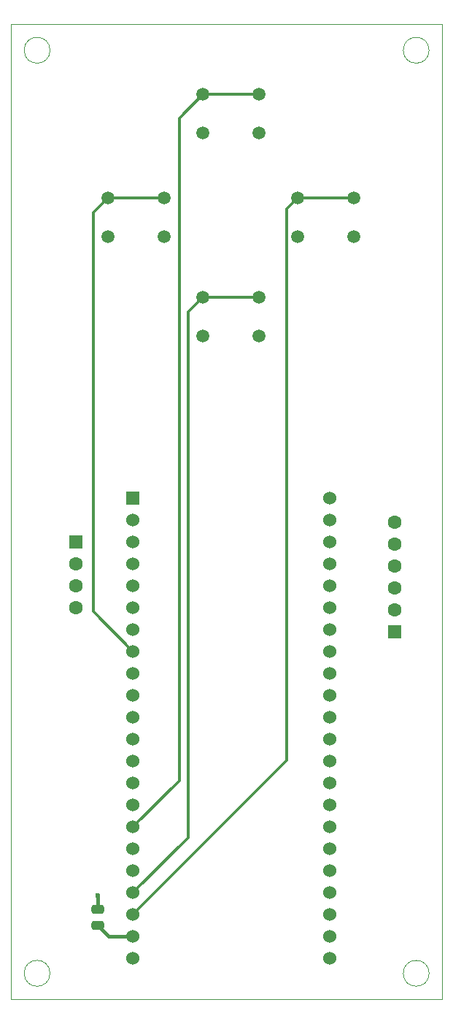
<source format=gbr>
%TF.GenerationSoftware,KiCad,Pcbnew,8.0.6*%
%TF.CreationDate,2024-11-20T17:32:44-08:00*%
%TF.ProjectId,hardware_password,68617264-7761-4726-955f-70617373776f,rev?*%
%TF.SameCoordinates,Original*%
%TF.FileFunction,Copper,L1,Top*%
%TF.FilePolarity,Positive*%
%FSLAX46Y46*%
G04 Gerber Fmt 4.6, Leading zero omitted, Abs format (unit mm)*
G04 Created by KiCad (PCBNEW 8.0.6) date 2024-11-20 17:32:44*
%MOMM*%
%LPD*%
G01*
G04 APERTURE LIST*
G04 Aperture macros list*
%AMRoundRect*
0 Rectangle with rounded corners*
0 $1 Rounding radius*
0 $2 $3 $4 $5 $6 $7 $8 $9 X,Y pos of 4 corners*
0 Add a 4 corners polygon primitive as box body*
4,1,4,$2,$3,$4,$5,$6,$7,$8,$9,$2,$3,0*
0 Add four circle primitives for the rounded corners*
1,1,$1+$1,$2,$3*
1,1,$1+$1,$4,$5*
1,1,$1+$1,$6,$7*
1,1,$1+$1,$8,$9*
0 Add four rect primitives between the rounded corners*
20,1,$1+$1,$2,$3,$4,$5,0*
20,1,$1+$1,$4,$5,$6,$7,0*
20,1,$1+$1,$6,$7,$8,$9,0*
20,1,$1+$1,$8,$9,$2,$3,0*%
G04 Aperture macros list end*
%TA.AperFunction,ComponentPad*%
%ADD10C,1.507998*%
%TD*%
%TA.AperFunction,ComponentPad*%
%ADD11R,1.605000X1.605000*%
%TD*%
%TA.AperFunction,ComponentPad*%
%ADD12C,1.605000*%
%TD*%
%TA.AperFunction,ComponentPad*%
%ADD13R,1.530000X1.530000*%
%TD*%
%TA.AperFunction,ComponentPad*%
%ADD14C,1.530000*%
%TD*%
%TA.AperFunction,SMDPad,CuDef*%
%ADD15RoundRect,0.250000X-0.475000X0.250000X-0.475000X-0.250000X0.475000X-0.250000X0.475000X0.250000X0*%
%TD*%
%TA.AperFunction,ViaPad*%
%ADD16C,0.600000*%
%TD*%
%TA.AperFunction,Conductor*%
%ADD17C,0.400000*%
%TD*%
%TA.AperFunction,Conductor*%
%ADD18C,0.200000*%
%TD*%
%TA.AperFunction,Conductor*%
%ADD19C,0.300000*%
%TD*%
%TA.AperFunction,Profile*%
%ADD20C,0.100000*%
%TD*%
G04 APERTURE END LIST*
D10*
%TO.P,SW2,1,1*%
%TO.N,/IO10*%
X110249999Y-58604900D03*
%TO.P,SW2,2*%
X116750001Y-58604900D03*
%TO.P,SW2,3*%
%TO.N,GND*%
X110249999Y-63104901D03*
%TO.P,SW2,4,4*%
X116750001Y-63104901D03*
%TD*%
D11*
%TO.P,J1,1,Pin_1*%
%TO.N,/5V*%
X95500000Y-110460000D03*
D12*
%TO.P,J1,2,Pin_2*%
%TO.N,/SDA*%
X95500000Y-113000000D03*
%TO.P,J1,3,Pin_3*%
%TO.N,/SCL*%
X95500000Y-115540000D03*
%TO.P,J1,4,Pin_4*%
%TO.N,GND*%
X95500000Y-118080000D03*
%TD*%
D13*
%TO.P,U1,J1_1,3V3*%
%TO.N,Net-(U1-3V3-PadJ1_1)*%
X102140000Y-105440000D03*
D14*
%TO.P,U1,J1_2,3V3*%
X102140000Y-107980000D03*
%TO.P,U1,J1_3,RST*%
%TO.N,unconnected-(U1-RST-PadJ1_3)*%
X102140000Y-110520000D03*
%TO.P,U1,J1_4,GPIO4*%
%TO.N,/SDA*%
X102140000Y-113060000D03*
%TO.P,U1,J1_5,GPIO5*%
%TO.N,/SCL*%
X102140000Y-115600000D03*
%TO.P,U1,J1_6,GPIO6*%
%TO.N,unconnected-(U1-GPIO6-PadJ1_6)*%
X102140000Y-118140000D03*
%TO.P,U1,J1_7,GPIO7*%
%TO.N,unconnected-(U1-GPIO7-PadJ1_7)*%
X102140000Y-120680000D03*
%TO.P,U1,J1_8,GPIO15*%
%TO.N,/IO15*%
X102140000Y-123220000D03*
%TO.P,U1,J1_9,GPIO16*%
%TO.N,unconnected-(U1-GPIO16-PadJ1_9)*%
X102140000Y-125760000D03*
%TO.P,U1,J1_10,GPIO17*%
%TO.N,unconnected-(U1-GPIO17-PadJ1_10)*%
X102140000Y-128300000D03*
%TO.P,U1,J1_11,GPIO18*%
%TO.N,unconnected-(U1-GPIO18-PadJ1_11)*%
X102140000Y-130840000D03*
%TO.P,U1,J1_12,GPIO8*%
%TO.N,unconnected-(U1-GPIO8-PadJ1_12)*%
X102140000Y-133380000D03*
%TO.P,U1,J1_13,GPIO3*%
%TO.N,unconnected-(U1-GPIO3-PadJ1_13)*%
X102140000Y-135920000D03*
%TO.P,U1,J1_14,GPIO46*%
%TO.N,unconnected-(U1-GPIO46-PadJ1_14)*%
X102140000Y-138460000D03*
%TO.P,U1,J1_15,GPIO9*%
%TO.N,unconnected-(U1-GPIO9-PadJ1_15)*%
X102140000Y-141000000D03*
%TO.P,U1,J1_16,GPIO10*%
%TO.N,/IO10*%
X102140000Y-143540000D03*
%TO.P,U1,J1_17,GPIO11*%
%TO.N,unconnected-(U1-GPIO11-PadJ1_17)*%
X102140000Y-146080000D03*
%TO.P,U1,J1_18,GPIO12*%
%TO.N,unconnected-(U1-GPIO12-PadJ1_18)*%
X102140000Y-148620000D03*
%TO.P,U1,J1_19,GPIO13*%
%TO.N,/IO13*%
X102140000Y-151160000D03*
%TO.P,U1,J1_20,GPIO14*%
%TO.N,/IO14*%
X102140000Y-153700000D03*
%TO.P,U1,J1_21,5V0*%
%TO.N,/5V*%
X102140000Y-156240000D03*
%TO.P,U1,J1_22,GND*%
%TO.N,GND*%
X102140000Y-158780000D03*
%TO.P,U1,J3_1,GND*%
X125000000Y-105440000D03*
%TO.P,U1,J3_2,U0TXD/GPIO43*%
%TO.N,unconnected-(U1-U0TXD{slash}GPIO43-PadJ3_2)*%
X125000000Y-107980000D03*
%TO.P,U1,J3_3,U0RXD/GPIO44*%
%TO.N,unconnected-(U1-U0RXD{slash}GPIO44-PadJ3_3)*%
X125000000Y-110520000D03*
%TO.P,U1,J3_4,GPIO1*%
%TO.N,/MISO*%
X125000000Y-113060000D03*
%TO.P,U1,J3_5,GPIO2*%
%TO.N,/MOSI*%
X125000000Y-115600000D03*
%TO.P,U1,J3_6,MTMS/GPIO42*%
%TO.N,/SCK*%
X125000000Y-118140000D03*
%TO.P,U1,J3_7,MTDI/GPIO41*%
%TO.N,/CS*%
X125000000Y-120680000D03*
%TO.P,U1,J3_8,MTDO/GPIO40*%
%TO.N,unconnected-(U1-MTDO{slash}GPIO40-PadJ3_8)*%
X125000000Y-123220000D03*
%TO.P,U1,J3_9,MTCK/GPIO39*%
%TO.N,unconnected-(U1-MTCK{slash}GPIO39-PadJ3_9)*%
X125000000Y-125760000D03*
%TO.P,U1,J3_10,GPIO38*%
%TO.N,unconnected-(U1-GPIO38-PadJ3_10)*%
X125000000Y-128300000D03*
%TO.P,U1,J3_11,GPIO37*%
%TO.N,unconnected-(U1-GPIO37-PadJ3_11)*%
X125000000Y-130840000D03*
%TO.P,U1,J3_12,GPIO36*%
%TO.N,unconnected-(U1-GPIO36-PadJ3_12)*%
X125000000Y-133380000D03*
%TO.P,U1,J3_13,GPIO35*%
%TO.N,unconnected-(U1-GPIO35-PadJ3_13)*%
X125000000Y-135920000D03*
%TO.P,U1,J3_14,GPIO0*%
%TO.N,unconnected-(U1-GPIO0-PadJ3_14)*%
X125000000Y-138460000D03*
%TO.P,U1,J3_15,GPIO45*%
%TO.N,unconnected-(U1-GPIO45-PadJ3_15)*%
X125000000Y-141000000D03*
%TO.P,U1,J3_16,GPIO48*%
%TO.N,unconnected-(U1-GPIO48-PadJ3_16)*%
X125000000Y-143540000D03*
%TO.P,U1,J3_17,GPIO47*%
%TO.N,unconnected-(U1-GPIO47-PadJ3_17)*%
X125000000Y-146080000D03*
%TO.P,U1,J3_18,GPIO21*%
%TO.N,unconnected-(U1-GPIO21-PadJ3_18)*%
X125000000Y-148620000D03*
%TO.P,U1,J3_19,USB_D+/GPIO20*%
%TO.N,unconnected-(U1-USB_D+{slash}GPIO20-PadJ3_19)*%
X125000000Y-151160000D03*
%TO.P,U1,J3_20,USB_D-/GPIO19*%
%TO.N,unconnected-(U1-USB_D-{slash}GPIO19-PadJ3_20)*%
X125000000Y-153700000D03*
%TO.P,U1,J3_21,GND*%
%TO.N,GND*%
X125000000Y-156240000D03*
%TO.P,U1,J3_22,GND*%
X125000000Y-158780000D03*
%TD*%
D10*
%TO.P,SW4,1,1*%
%TO.N,/IO13*%
X110249999Y-82104900D03*
%TO.P,SW4,2*%
X116750001Y-82104900D03*
%TO.P,SW4,3*%
%TO.N,GND*%
X110249999Y-86604901D03*
%TO.P,SW4,4,4*%
X116750001Y-86604901D03*
%TD*%
D11*
%TO.P,J2,1,Pin_1*%
%TO.N,/CS*%
X132500000Y-120879000D03*
D12*
%TO.P,J2,2,Pin_2*%
%TO.N,/SCK*%
X132500000Y-118339000D03*
%TO.P,J2,3,Pin_3*%
%TO.N,/MOSI*%
X132500000Y-115799000D03*
%TO.P,J2,4,Pin_4*%
%TO.N,/MISO*%
X132500000Y-113259000D03*
%TO.P,J2,5,Pin_5*%
%TO.N,/5V*%
X132500000Y-110719000D03*
%TO.P,J2,6,Pin_6*%
%TO.N,GND*%
X132500000Y-108179000D03*
%TD*%
D15*
%TO.P,C1,1*%
%TO.N,GND*%
X98000000Y-153050000D03*
%TO.P,C1,2*%
%TO.N,/5V*%
X98000000Y-154950000D03*
%TD*%
D10*
%TO.P,SW1,1,1*%
%TO.N,/IO14*%
X121249999Y-70604900D03*
%TO.P,SW1,2*%
X127750001Y-70604900D03*
%TO.P,SW1,3*%
%TO.N,GND*%
X121249999Y-75104901D03*
%TO.P,SW1,4,4*%
X127750001Y-75104901D03*
%TD*%
%TO.P,SW3,1,1*%
%TO.N,/IO15*%
X99249999Y-70604900D03*
%TO.P,SW3,2*%
X105750001Y-70604900D03*
%TO.P,SW3,3*%
%TO.N,GND*%
X99249999Y-75104901D03*
%TO.P,SW3,4,4*%
X105750001Y-75104901D03*
%TD*%
D16*
%TO.N,GND*%
X98000000Y-151500000D03*
%TD*%
D17*
%TO.N,/5V*%
X99290000Y-156240000D02*
X98000000Y-154950000D01*
X102140000Y-156240000D02*
X99290000Y-156240000D01*
D18*
X102121000Y-156259000D02*
X102140000Y-156240000D01*
D17*
%TO.N,GND*%
X98000000Y-153050000D02*
X98000000Y-151500000D01*
D19*
%TO.N,/IO14*%
X120000000Y-135840000D02*
X102140000Y-153700000D01*
X120000000Y-71854899D02*
X120000000Y-135840000D01*
X127750001Y-70604900D02*
X121249999Y-70604900D01*
X121249999Y-70604900D02*
X120000000Y-71854899D01*
%TO.N,/IO10*%
X116750001Y-58604900D02*
X110249999Y-58604900D01*
X107500000Y-138180000D02*
X102140000Y-143540000D01*
X107500000Y-61354899D02*
X107500000Y-138180000D01*
X110249999Y-58604900D02*
X107500000Y-61354899D01*
%TO.N,/IO15*%
X99249999Y-70604900D02*
X97500000Y-72354899D01*
X97500000Y-72354899D02*
X97500000Y-118580000D01*
X97500000Y-118580000D02*
X102140000Y-123220000D01*
X105750001Y-70604900D02*
X99249999Y-70604900D01*
%TO.N,/IO13*%
X108500000Y-144800000D02*
X102140000Y-151160000D01*
X116750001Y-82104900D02*
X110249999Y-82104900D01*
X110249999Y-82104900D02*
X108500000Y-83854899D01*
X108500000Y-83854899D02*
X108500000Y-144800000D01*
%TD*%
D20*
X92500000Y-53500000D02*
G75*
G02*
X89500000Y-53500000I-1500000J0D01*
G01*
X89500000Y-53500000D02*
G75*
G02*
X92500000Y-53500000I1500000J0D01*
G01*
X136500000Y-53500000D02*
G75*
G02*
X133500000Y-53500000I-1500000J0D01*
G01*
X133500000Y-53500000D02*
G75*
G02*
X136500000Y-53500000I1500000J0D01*
G01*
X88000000Y-50500000D02*
X138000000Y-50500000D01*
X138000000Y-163500000D01*
X88000000Y-163500000D01*
X88000000Y-50500000D01*
X92500000Y-160500000D02*
G75*
G02*
X89500000Y-160500000I-1500000J0D01*
G01*
X89500000Y-160500000D02*
G75*
G02*
X92500000Y-160500000I1500000J0D01*
G01*
X136500000Y-160500000D02*
G75*
G02*
X133500000Y-160500000I-1500000J0D01*
G01*
X133500000Y-160500000D02*
G75*
G02*
X136500000Y-160500000I1500000J0D01*
G01*
M02*

</source>
